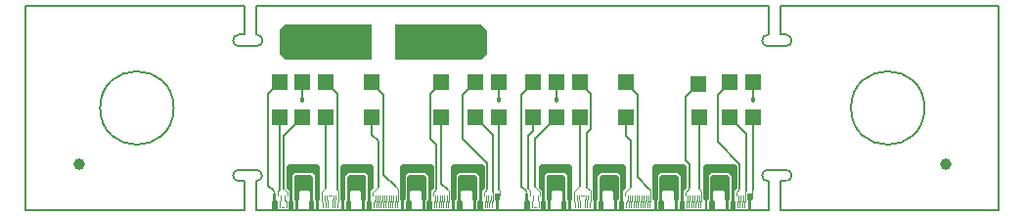
<source format=gbr>
G04 CAM350/DFMSTREAM V12.2 (Build 1155) Date:  Thu Aug 08 15:54:00 2019 *
G04 Database: C:\Users\ptome\Documents\Data - Open Quotes\PURDUE UNIVERSITY\CPC_MOCKUP_HDI_1X2_V2 REV 2.00\CPC_MOCKUP_HDI_1X2_V2 REV 2.00.cam *
G04 Layer 3: L1 *
%FSLAX44Y44*%
%MOIN*%
%SFA1.000B1.000*%

%MIA0B0*%
%IPPOS*%
%ADD10C,0.03937*%
%ADD13C,0.00394*%
%ADD19R,0.05512X0.05512*%
%ADD70R,0.01181X0.01181*%
%ADD71C,0.00591*%
%ADD20C,0.00295*%
%ADD21C,0.01800*%
%ADD23C,0.00500*%
%ADD25R,0.00394X0.01575*%
%LNL1*%
%LPD*%
G36*
X24618Y374D02*
G01Y571D01*
X24795*
Y374*
X24756Y335*
Y39*
X24657*
Y335*
X24618Y374*
G37*
G36*
X17020Y39D02*
G01Y295D01*
X17059Y335*
Y571*
X17157*
Y335*
X17197Y295*
Y39*
X17020*
G37*
G36*
X16016Y374D02*
G01Y571D01*
X16193*
Y374*
X16154Y335*
Y39*
X16055*
Y335*
X16016Y374*
G37*
G36*
X8417Y39D02*
G01Y295D01*
X8457Y335*
Y571*
X8555*
Y335*
X8594Y295*
Y39*
X8417*
G37*
G36*
X23319D02*
G01Y295D01*
X23358Y335*
Y571*
Y1142*
X23417Y1201*
X23949*
X24008Y1142*
Y571*
Y374*
X23969Y335*
Y39*
X23870*
Y335*
X23831Y374*
Y571*
Y630*
X23791Y669*
X23496*
X23457Y630*
Y571*
Y335*
X23496Y295*
Y39*
X23319*
G37*
G36*
X21587D02*
G01Y295D01*
X21626Y335*
Y571*
Y1142*
X21685Y1201*
X22217*
X22276Y1142*
Y571*
Y374*
X22236Y335*
Y39*
X22138*
Y335*
X22098Y374*
Y571*
Y630*
X22059Y669*
X21764*
X21724Y630*
Y571*
Y335*
X21764Y295*
Y39*
X21587*
G37*
G36*
X19539D02*
G01Y295D01*
X19579Y335*
Y571*
Y1142*
X19638Y1201*
X20169*
X20228Y1142*
Y571*
Y374*
X20189Y335*
Y39*
X20091*
Y335*
X20051Y374*
Y571*
Y630*
X20012Y669*
X19717*
X19677Y630*
Y571*
Y335*
X19717Y295*
Y39*
X19539*
G37*
G36*
X17768Y374D02*
G01Y571D01*
Y1142*
X17827Y1201*
X18358*
X18417Y1142*
Y571*
Y335*
X18457Y295*
Y39*
X18280*
Y295*
X18319Y335*
Y571*
Y630*
X18280Y669*
X17984*
X17945Y630*
Y571*
Y374*
X17906Y335*
Y39*
X17807*
Y335*
X17768Y374*
G37*
G36*
X14717Y39D02*
G01Y295D01*
X14756Y335*
Y571*
Y1142*
X14815Y1201*
X15346*
X15406Y1142*
Y571*
Y374*
X15366Y335*
Y39*
X15268*
Y335*
X15228Y374*
Y571*
Y630*
X15189Y669*
X14894*
X14854Y630*
Y571*
Y335*
X14894Y295*
Y39*
X14717*
G37*
G36*
X12984D02*
G01Y295D01*
X13024Y335*
Y571*
Y1142*
X13083Y1201*
X13614*
X13673Y1142*
Y571*
Y374*
X13634Y335*
Y39*
X13535*
Y335*
X13496Y374*
Y571*
Y630*
X13457Y669*
X13161*
X13122Y630*
Y571*
Y335*
X13161Y295*
Y39*
X12984*
G37*
G36*
X10937D02*
G01Y295D01*
X10976Y335*
Y571*
Y1142*
X11035Y1201*
X11567*
X11626Y1142*
Y571*
Y374*
X11587Y335*
Y39*
X11488*
Y335*
X11449Y374*
Y571*
Y630*
X11409Y669*
X11114*
X11075Y630*
Y571*
Y335*
X11114Y295*
Y39*
X10937*
G37*
G36*
X9165Y374D02*
G01Y571D01*
Y1142*
X9224Y1201*
X9756*
X9815Y1142*
Y571*
Y335*
X9854Y295*
Y39*
X9677*
Y295*
X9717Y335*
Y571*
Y630*
X9677Y669*
X9382*
X9343Y630*
Y571*
Y374*
X9303Y335*
Y39*
X9205*
Y335*
X9165Y374*
G37*
G36*
X23122D02*
G01Y571D01*
Y1496*
X23201Y1575*
X24185*
X24264Y1496*
Y748*
X24165Y650*
Y571*
Y335*
X24205Y295*
Y39*
X24028*
Y295*
X24067Y335*
Y571*
Y1181*
X23988Y1260*
X23378*
X23299Y1181*
Y571*
Y374*
X23260Y335*
Y39*
X23161*
Y335*
X23122Y374*
G37*
G36*
X21390D02*
G01Y571D01*
Y1496*
X21468Y1575*
X22453*
X22531Y1496*
Y748*
X22433Y650*
Y571*
Y335*
X22472Y295*
Y39*
X22295*
Y295*
X22335Y335*
Y571*
Y1181*
X22256Y1260*
X21646*
X21567Y1181*
Y571*
Y374*
X21528Y335*
Y39*
X21429*
Y335*
X21390Y374*
G37*
G36*
X19343D02*
G01Y571D01*
Y1496*
X19421Y1575*
X20406*
X20484Y1496*
Y748*
X20386Y650*
Y571*
Y335*
X20425Y295*
Y39*
X20248*
Y295*
X20287Y335*
Y571*
Y1181*
X20209Y1260*
X19598*
X19520Y1181*
Y571*
Y374*
X19480Y335*
Y39*
X19382*
Y335*
X19343Y374*
G37*
G36*
X14520D02*
G01Y571D01*
Y1496*
X14598Y1575*
X15583*
X15661Y1496*
Y748*
X15563Y650*
Y571*
Y335*
X15602Y295*
Y39*
X15425*
Y295*
X15465Y335*
Y571*
Y1181*
X15386Y1260*
X14776*
X14697Y1181*
Y571*
Y374*
X14657Y335*
Y39*
X14559*
Y335*
X14520Y374*
G37*
G36*
X12787D02*
G01Y571D01*
Y1496*
X12866Y1575*
X13850*
X13929Y1496*
Y748*
X13831Y650*
Y571*
Y335*
X13870Y295*
Y39*
X13693*
Y295*
X13732Y335*
Y571*
Y1181*
X13654Y1260*
X13043*
X12965Y1181*
Y571*
Y374*
X12925Y335*
Y39*
X12827*
Y335*
X12787Y374*
G37*
G36*
X10740D02*
G01Y571D01*
Y1496*
X10819Y1575*
X11803*
X11882Y1496*
Y748*
X11783Y650*
Y571*
Y335*
X11823Y295*
Y39*
X11646*
Y295*
X11685Y335*
Y571*
Y1181*
X11606Y1260*
X10996*
X10917Y1181*
Y571*
Y374*
X10878Y335*
Y39*
X10780*
Y335*
X10740Y374*
G37*
G36*
X17512Y748D02*
G01Y1496D01*
X17591Y1575*
X18575*
X18654Y1496*
Y571*
Y374*
X18614Y335*
Y39*
X18516*
Y335*
X18476Y374*
Y571*
Y1181*
X18398Y1260*
X17787*
X17709Y1181*
Y571*
Y335*
X17748Y295*
Y39*
X17571*
Y295*
X17610Y335*
Y571*
Y650*
X17512Y748*
G37*
G36*
X8909D02*
G01Y1496D01*
X8988Y1575*
X9972*
X10051Y1496*
Y571*
Y374*
X10012Y335*
Y39*
X9913*
Y335*
X9874Y374*
Y571*
Y1181*
X9795Y1260*
X9185*
X9106Y1181*
Y571*
Y335*
X9146Y295*
Y39*
X8969*
Y295*
X9008Y335*
Y571*
Y650*
X8909Y748*
G37*
G36*
X12598Y5138D02*
G01Y6319D01*
X15551*
X15748Y6122*
Y5335*
X15551Y5138*
X12598*
G37*
G36*
X8661Y5335D02*
G01Y6122D01*
X8858Y6319*
X11811*
Y5138*
X8858*
X8661Y5335*
G37*
G54D10*
X1841Y1575D03*
X31368D03*
G54D25*
X9449Y110D03*
X9370D03*
X8740D03*
X8819D03*
X9409Y504D03*
X8858D03*
X8898Y110D03*
X8780Y504D03*
X8701D03*
X8661Y110D03*
X10709D03*
X10394D03*
X10079D03*
X9606D03*
X9528D03*
X10591Y504D03*
X10551Y110D03*
X10512Y504D03*
X10472Y110D03*
X10354Y504D03*
X10433D03*
X10276D03*
X10315Y110D03*
X10197Y504D03*
X10236Y110D03*
X9646Y504D03*
X9567D03*
X9488D03*
X11417Y110D03*
X11339D03*
X11260D03*
X11181D03*
X12087Y504D03*
X12047Y110D03*
X12008Y504D03*
X11969Y110D03*
X11929Y504D03*
X11890Y110D03*
X11378Y504D03*
X11299D03*
X11220D03*
X11142D03*
X13386Y110D03*
X13307D03*
X13228D03*
X12756D03*
X13425Y504D03*
X13346D03*
X13268D03*
X13189D03*
X12638D03*
X12598Y110D03*
X12559Y504D03*
X12520Y110D03*
X12480Y504D03*
X12441Y110D03*
X12402Y504D03*
X12362Y110D03*
X12323Y504D03*
X12283Y110D03*
X12244Y504D03*
X12205Y110D03*
X12165Y504D03*
X12126Y110D03*
X14488D03*
X13465D03*
X14370Y504D03*
X14331Y110D03*
X14291Y504D03*
X14252Y110D03*
X14213Y504D03*
X14173Y110D03*
X14134Y504D03*
X14094Y110D03*
X14055Y504D03*
X14016Y110D03*
X13976Y504D03*
X13937Y110D03*
X15984D03*
X15197D03*
X15118D03*
X15039D03*
X14961D03*
X15866Y504D03*
X15827Y110D03*
X15787Y504D03*
X15748Y110D03*
X15709Y504D03*
X15669Y110D03*
X15157Y504D03*
X15079D03*
X15000D03*
X14921D03*
X17343Y110D03*
X17421D03*
X17382Y504D03*
X17303D03*
X17264Y110D03*
X18681D03*
X18209D03*
X18130D03*
X18051D03*
X17972D03*
X18248Y504D03*
X18169D03*
X18091D03*
X18012D03*
X17461D03*
X17500Y110D03*
X20020D03*
X19941D03*
X19862D03*
X19783D03*
X19311D03*
X18996D03*
X19980Y504D03*
X19902D03*
X19823D03*
X19744D03*
X19193D03*
X19154Y110D03*
X19114Y504D03*
X19075Y110D03*
X18957Y504D03*
X19035D03*
X18878D03*
X18917Y110D03*
X18799Y504D03*
X18839Y110D03*
X21358D03*
X21240Y504D03*
X21201Y110D03*
X21161Y504D03*
X21122Y110D03*
X21083Y504D03*
X21043Y110D03*
X21004Y504D03*
X20965Y110D03*
X20925Y504D03*
X20886Y110D03*
X20846Y504D03*
X20807Y110D03*
X20768Y504D03*
X20728Y110D03*
X20689Y504D03*
X20650Y110D03*
X20610Y504D03*
X20571Y110D03*
X20531Y504D03*
X20492Y110D03*
X22067D03*
X21988D03*
X21909D03*
X21831D03*
X22736Y504D03*
X22697Y110D03*
X22657Y504D03*
X22618Y110D03*
X22579Y504D03*
X22539Y110D03*
X22028Y504D03*
X21949D03*
X21870D03*
X21791D03*
X23799Y110D03*
X23720D03*
X23642D03*
X23563D03*
X23091D03*
X23760Y504D03*
X23681D03*
X23602D03*
X23524D03*
X22972D03*
X22933Y110D03*
X22894Y504D03*
X22854Y110D03*
X22815Y504D03*
X22776Y110D03*
X24587D03*
X24469Y504D03*
X24429Y110D03*
X24390Y504D03*
X24350Y110D03*
X24311Y504D03*
X24272Y110D03*
G54D21*
X9488Y5866D03*
X8898D03*
Y6161D03*
X9488D03*
X9193D03*
Y5866D03*
X8898Y5276D03*
X9193D03*
X9488D03*
X8898Y5571D03*
X9193D03*
X9488D03*
X9961Y807D03*
Y1398D03*
X9016D03*
Y807D03*
G54D70*
X9478Y1348D03*
G54D25*
X9882Y504D03*
X9961D03*
X10039D03*
X9921Y110D03*
X10000D03*
X9016Y504D03*
X9094D03*
X8976Y110D03*
X9055D03*
X9134D03*
G54D21*
X9673Y807D03*
Y1004D03*
X9280Y807D03*
Y1004D03*
G54D70*
X9478Y1112D03*
G54D25*
X9724Y504D03*
X9803D03*
X9685Y110D03*
X9764D03*
X9843D03*
X9173Y504D03*
X9252D03*
X9331D03*
X9213Y110D03*
X9291D03*
G54D21*
X11772Y807D03*
Y1398D03*
X10827D03*
Y807D03*
G54D70*
X11289Y1348D03*
G54D25*
X10827Y504D03*
X10906D03*
X11693D03*
X11772D03*
X10866Y110D03*
X11654D03*
X11732D03*
X11811D03*
X10748Y504D03*
X10787Y110D03*
G54D21*
X11091Y807D03*
X11484D03*
Y1004D03*
X11091D03*
G54D70*
X11289Y1112D03*
G54D25*
X10984Y504D03*
X11063D03*
X11457D03*
X11535D03*
X11614D03*
X10945Y110D03*
X11024D03*
X11102D03*
X11496D03*
X11575D03*
G54D21*
X13138Y807D03*
X13531D03*
Y1004D03*
X13138D03*
G54D70*
X13337Y1112D03*
G54D25*
X13504Y504D03*
X13583D03*
X13661D03*
X13543Y110D03*
X13622D03*
X13031Y504D03*
X13110D03*
X12992Y110D03*
X13071D03*
X13150D03*
G54D21*
X13819Y1398D03*
Y807D03*
X12874Y1398D03*
Y807D03*
G54D70*
X13337Y1348D03*
G54D25*
X13740Y504D03*
X13819D03*
X13701Y110D03*
X13780D03*
X13858D03*
X12795Y504D03*
X12874D03*
X12953D03*
X12835Y110D03*
X12913D03*
G54D21*
X15551Y1398D03*
Y807D03*
X14606Y1398D03*
Y807D03*
G54D70*
X15069Y1348D03*
G54D25*
X15472Y504D03*
X15551D03*
X15433Y110D03*
X15512D03*
X15591D03*
X14528Y504D03*
X14606D03*
X14685D03*
X14567Y110D03*
X14646D03*
G54D21*
X15264Y807D03*
Y1004D03*
X14870Y807D03*
Y1004D03*
G54D70*
X15069Y1112D03*
G54D25*
X14843Y504D03*
X15236D03*
X15315D03*
X15394D03*
X14803Y110D03*
X14882D03*
X15276D03*
X15354D03*
X14764Y504D03*
X14724Y110D03*
G54D21*
X15236Y5866D03*
X14941D03*
Y6161D03*
X15236D03*
X15531D03*
Y5866D03*
X14941Y5276D03*
X15236D03*
X14941Y5571D03*
X15236D03*
X15531D03*
Y5276D03*
X18563Y807D03*
Y1398D03*
X17618D03*
Y807D03*
G54D70*
X18081Y1348D03*
G54D25*
X17618Y504D03*
X17697D03*
X18484D03*
X18563D03*
X18642D03*
X17579Y110D03*
X17657D03*
X17736D03*
X18524D03*
X18602D03*
G54D21*
X17882Y1004D03*
X18276D03*
Y807D03*
X17882D03*
G54D70*
X18081Y1112D03*
G54D25*
X17776Y504D03*
X17854D03*
X17933D03*
X18327D03*
X18406D03*
X17815Y110D03*
X17894D03*
X18287D03*
X18366D03*
X18445D03*
G54D21*
X19693Y1004D03*
X20087D03*
Y807D03*
X19693D03*
G54D70*
X19892Y1112D03*
G54D25*
X20138Y504D03*
X20217D03*
X20098Y110D03*
X20177D03*
X19587Y504D03*
X19665D03*
X20059D03*
X19547Y110D03*
X19626D03*
X19705D03*
G54D21*
X20374Y807D03*
Y1398D03*
X19429D03*
Y807D03*
G54D70*
X19892Y1348D03*
G54D25*
X20295Y504D03*
X20374D03*
X20256Y110D03*
X20335D03*
X20413D03*
X19350Y504D03*
X19429D03*
X19508D03*
X19390Y110D03*
X19469D03*
G54D21*
X22421Y807D03*
Y1398D03*
X21476D03*
Y807D03*
G54D70*
X21939Y1348D03*
G54D25*
X21476Y504D03*
X21555D03*
X22343D03*
X22421D03*
X21437Y110D03*
X21516D03*
X22303D03*
X22382D03*
X22461D03*
X21398Y504D03*
G54D21*
X21740Y1004D03*
X22134D03*
Y807D03*
X21740D03*
G54D70*
X21939Y1112D03*
G54D25*
X21634Y504D03*
X21713D03*
X22106D03*
X22185D03*
X22264D03*
X21594Y110D03*
X21673D03*
X21752D03*
X22146D03*
X22224D03*
G54D21*
X23209Y1398D03*
X24154D03*
Y807D03*
X23209D03*
G54D70*
X23671Y1348D03*
G54D25*
X24075Y504D03*
X24154D03*
X24114Y110D03*
X24193D03*
X23130Y504D03*
X23209D03*
X23287D03*
X23169Y110D03*
X23248D03*
X24035D03*
G54D21*
X23866Y1004D03*
Y807D03*
X23472D03*
Y1004D03*
G54D70*
X23671Y1112D03*
G54D25*
X23366Y504D03*
X23445D03*
X23839D03*
X23917D03*
X23996D03*
X23327Y110D03*
X23406D03*
X23484D03*
X23878D03*
X23957D03*
G54D19*
X9449Y4350D03*
G54D21*
Y3760D03*
G54D19*
Y3169D03*
G54D25*
X8937Y504D03*
G54D19*
X8661Y3169D03*
G54D25*
X8622Y504D03*
G54D19*
X8661Y4350D03*
G54D25*
X8465Y504D03*
X8543D03*
X8425Y110D03*
X8504D03*
X8583D03*
G54D19*
X10236Y3169D03*
G54D25*
X10118Y504D03*
X10157Y110D03*
G54D19*
X10236Y4350D03*
G54D25*
X10669Y504D03*
X10630Y110D03*
G54D19*
X11811Y4350D03*
G54D25*
X12717Y504D03*
X12677Y110D03*
G54D19*
X11811Y3169D03*
G54D25*
X11850Y504D03*
G54D19*
X14193Y3169D03*
G54D25*
X14449Y504D03*
X14409Y110D03*
G54D19*
X14193Y4350D03*
G54D25*
X13898Y504D03*
G54D19*
X15354Y4350D03*
G54D25*
X15630Y504D03*
G54D19*
X16142Y3169D03*
G54D25*
X16181Y504D03*
X16142Y110D03*
X16024Y504D03*
X16102D03*
X16063Y110D03*
G54D19*
X16142Y4350D03*
G54D21*
Y3760D03*
G54D19*
X15354Y3169D03*
G54D25*
X15945Y504D03*
X15906Y110D03*
G54D19*
X17323Y4350D03*
G54D25*
X17067Y504D03*
X17146D03*
X17028Y110D03*
X17106D03*
X17185D03*
G54D19*
X17323Y3169D03*
G54D25*
X17224Y504D03*
G54D19*
X18898Y3169D03*
G54D25*
X18720Y504D03*
X18760Y110D03*
G54D19*
X18110Y4350D03*
G54D21*
Y3760D03*
G54D19*
Y3169D03*
G54D25*
X17539Y504D03*
G54D19*
X18898Y4350D03*
G54D25*
X19272Y504D03*
X19232Y110D03*
G54D19*
X20472Y4350D03*
G54D25*
X21319Y504D03*
X21280Y110D03*
G54D19*
X20472Y3169D03*
G54D25*
X20453Y504D03*
G54D19*
X22953Y4311D03*
G54D25*
X22500Y504D03*
G54D19*
X22972Y3150D03*
G54D25*
X23051Y504D03*
X23012Y110D03*
G54D19*
X24016Y3169D03*
G54D25*
X24547Y504D03*
X24508Y110D03*
G54D19*
X24016Y4350D03*
G54D25*
X24232Y504D03*
G54D19*
X24803Y3169D03*
G54D25*
X24626Y504D03*
X24705D03*
X24783D03*
X24665Y110D03*
X24744D03*
G54D19*
X24803Y4350D03*
G54D21*
Y3760D03*
G54D13*
X8740Y110D02*
G01X8819D01*
X8898D02*
G01Y307D01*
X8858Y346*
Y504*
X8701D02*
G01Y323D01*
X8661Y283*
Y110*
X10591Y504D02*
G01Y355D01*
X10551Y316*
Y110*
X10472D02*
G01Y349D01*
X10512Y388*
Y504*
X10354D02*
G01X10433D01*
X10315Y110D02*
G01Y327D01*
X10276Y366*
Y504*
X10236Y110D02*
G01Y294D01*
X10197Y334*
Y504*
X12087D02*
G01Y360D01*
X12047Y236*
Y110*
X12008Y504D02*
G01Y360D01*
X11969Y236*
Y110*
X11929Y504D02*
G01Y360D01*
X11890Y236*
Y110*
X12638Y504D02*
G01Y360D01*
X12598Y236*
Y110*
X12559Y504D02*
G01Y360D01*
X12520Y236*
Y110*
X12480Y504D02*
G01Y360D01*
X12441Y236*
Y110*
X12402Y504D02*
G01Y360D01*
X12362Y236*
Y110*
X12323Y504D02*
G01Y360D01*
X12283Y236*
Y110*
X12244Y504D02*
G01Y360D01*
X12205Y236*
Y110*
X12165Y504D02*
G01Y360D01*
X12126Y236*
Y110*
X14370Y504D02*
G01Y360D01*
X14331Y236*
Y110*
X14291Y504D02*
G01Y360D01*
X14252Y236*
Y110*
X14213Y504D02*
G01Y360D01*
X14173Y236*
Y110*
X14134Y504D02*
G01Y360D01*
X14094Y236*
Y110*
X14055Y504D02*
G01Y360D01*
X14016Y236*
Y110*
X13976Y504D02*
G01Y360D01*
X13937Y236*
Y110*
X15866Y504D02*
G01Y360D01*
X15827Y236*
Y110*
X15787Y504D02*
G01Y360D01*
X15748Y236*
Y110*
X15709Y504D02*
G01Y360D01*
X15669Y236*
Y110*
X17343D02*
G01X17421D01*
X17303Y504D02*
G01Y323D01*
X17264Y283*
Y110*
X17500D02*
G01Y307D01*
X17461Y346*
Y504*
X19193D02*
G01Y355D01*
X19154Y316*
Y110*
X19075D02*
G01Y349D01*
X19114Y388*
Y504*
G54D20*
X18957D02*
G01X19035D01*
G54D13*
X18917Y110D02*
G01Y327D01*
X18878Y366*
Y504*
X18839Y110D02*
G01Y294D01*
X18799Y334*
Y504*
X21240D02*
G01Y360D01*
X21201Y236*
Y110*
X21161Y504D02*
G01Y360D01*
X21122Y236*
Y110*
X21083Y504D02*
G01Y360D01*
X21043Y236*
Y110*
X21004Y504D02*
G01Y360D01*
X20965Y236*
Y110*
X20925Y504D02*
G01Y360D01*
X20886Y236*
Y110*
X20846Y504D02*
G01Y360D01*
X20807Y236*
Y110*
X20768Y504D02*
G01Y360D01*
X20728Y236*
Y110*
X20689Y504D02*
G01Y360D01*
X20650Y236*
Y110*
X20610Y504D02*
G01Y360D01*
X20571Y236*
Y110*
X20531Y504D02*
G01Y360D01*
X20492Y236*
Y110*
X22736Y504D02*
G01Y360D01*
X22697Y236*
Y110*
X22657Y504D02*
G01Y360D01*
X22618Y236*
Y110*
X22579Y504D02*
G01Y360D01*
X22539Y236*
Y110*
X22972Y504D02*
G01Y360D01*
X22933Y236*
Y110*
X22894Y504D02*
G01Y360D01*
X22854Y236*
Y110*
X22815Y504D02*
G01Y360D01*
X22776Y236*
Y110*
X24469Y504D02*
G01Y360D01*
X24429Y236*
Y110*
X24390Y504D02*
G01Y360D01*
X24350Y236*
Y110*
X24311Y504D02*
G01Y360D01*
X24272Y236*
Y110*
G54D71*
X9449Y4350D02*
G01Y3760D01*
G54D13*
X8937Y504D02*
G01Y610D01*
X8819Y728*
G54D71*
Y728D02*
G01Y2539D01*
X9449Y3169*
G54D13*
X8622Y504D02*
G01Y650D01*
X8661Y689*
G54D71*
Y689D02*
G01Y3169D01*
G54D13*
X8465Y504D02*
G01Y650D01*
G54D71*
Y650D02*
G01X8268Y846D01*
Y3957*
X8661Y4350*
G54D13*
X10157Y110D02*
G01Y261D01*
X10118Y301*
Y504*
Y504D02*
G01Y647D01*
X10236Y766*
G54D71*
Y766D02*
G01Y3169D01*
G54D13*
X10669Y504D02*
G01Y293D01*
X10630Y254*
Y110*
X10669Y504D02*
G01Y650D01*
X10630Y689*
G54D71*
Y689D02*
G01Y3957D01*
X10236Y4350*
G54D13*
X12717Y504D02*
G01Y709D01*
X12638Y787*
X12717Y504D02*
G01Y360D01*
X12677Y236*
Y110*
G54D71*
X12638Y787D02*
G01X12224Y1201D01*
Y3937*
X11811Y4350*
G54D13*
X11850Y504D02*
G01Y610D01*
X12037Y797*
G54D71*
Y797D02*
G01Y2352D01*
X11811Y2579*
Y3169*
G54D13*
X14449Y504D02*
G01Y360D01*
X14409Y236*
Y110*
X14449Y504D02*
G01Y650D01*
X14409Y689*
G54D71*
Y689D02*
G01X14407D01*
X14193Y903*
Y3169*
G54D13*
X13898Y504D02*
G01Y610D01*
X14016Y728*
G54D71*
Y728D02*
G01Y2224D01*
X13799Y2441*
Y3957*
X14193Y4350*
G54D13*
X15630Y504D02*
G01Y610D01*
X15748Y728*
G54D71*
Y728D02*
G01Y1594D01*
X14921Y2421*
Y3917*
X15354Y4350*
G54D13*
X16181Y504D02*
G01Y650D01*
X16142Y689*
G54D71*
Y689D02*
G01Y3169D01*
Y4350D02*
G01Y3760D01*
G54D13*
X15945Y504D02*
G01Y360D01*
X15906Y236*
Y110*
X15945Y504D02*
G01Y647D01*
G54D71*
Y647D02*
G01Y2579D01*
X15354Y3169*
G54D13*
X17067Y504D02*
G01Y650D01*
G54D71*
Y650D02*
G01X16909Y807D01*
Y3937*
X17323Y4350*
G54D13*
X17146Y728D02*
G01X17224Y650D01*
Y504*
G54D71*
X17323Y3169D02*
G01Y2697D01*
X17146Y2520*
Y728*
G54D13*
X18760Y110D02*
G01Y261D01*
X18720Y301*
Y504*
X18898Y825D02*
G01X18720Y647D01*
Y504*
G54D71*
X18898Y3169D02*
G01Y825D01*
X18110Y4350D02*
G01Y3760D01*
G54D13*
X17539Y504D02*
G01Y629D01*
X17382Y786*
G54D71*
Y786D02*
G01Y2441D01*
X18110Y3169*
G54D13*
X19272Y504D02*
G01Y293D01*
X19232Y254*
Y110*
X19272Y504D02*
G01Y650D01*
X19154Y768*
G54D71*
Y768D02*
G01Y2638D01*
X19291Y2776*
Y3957*
X18898Y4350*
G54D13*
X21319Y504D02*
G01Y360D01*
X21280Y236*
Y110*
X21319Y504D02*
G01Y689D01*
X21260Y748*
G54D71*
Y748D02*
G01X20886Y1122D01*
Y3937*
X20472Y4350*
G54D13*
X20453Y504D02*
G01Y610D01*
X20640Y797*
G54D71*
Y797D02*
G01Y2352D01*
X20472Y2520*
Y3169*
G54D13*
X22500Y504D02*
G01Y610D01*
X22657Y768*
G54D71*
Y768D02*
G01Y1575D01*
X22520Y1713*
Y3878*
X22953Y4311*
G54D13*
X23012Y110D02*
G01Y236D01*
X23051Y360*
Y504*
Y504D02*
G01Y647D01*
X22972Y726*
G54D71*
Y726D02*
G01Y3150D01*
G54D13*
X24547Y504D02*
G01Y647D01*
X24587Y687*
X24547Y504D02*
G01Y360D01*
X24508Y236*
Y110*
G54D71*
X24587Y687D02*
G01Y2598D01*
X24016Y3169*
G54D13*
X24232Y504D02*
G01Y610D01*
X24350Y728*
G54D71*
Y728D02*
G01Y1575D01*
X23602Y2323*
Y3937*
X24016Y4350*
G54D13*
X24803Y689D02*
G01X24783Y669D01*
Y504*
G54D71*
X24803Y3169D02*
G01Y689D01*
Y4350D02*
G01Y3760D01*
G54D23*
X0Y0D02*
G01X7480D01*
Y984*
X7283*
Y1378D02*
G75*
G03X7283Y984J-197D01*
Y1378D02*
G01X7894D01*
Y984D02*
G03X7894Y1378I-20J197D01*
Y984D02*
G01X7874D01*
Y0*
X25335*
Y984*
X25315*
Y1378D02*
G03X25315Y984J-197D01*
Y1378D02*
G01X25925D01*
Y984D02*
G03X25925Y1378J197D01*
Y984D02*
G01X25728D01*
Y0*
X33189*
Y6969*
X25728*
Y5984*
X25925*
Y5591D02*
G03X25925Y5984J197D01*
Y5591D02*
G01X25315D01*
Y5984D02*
G03X25315Y5591J-197D01*
Y5984D02*
G01X25335D01*
Y6969*
X7874*
Y5984*
X7894*
Y5591D02*
G03X7894Y5984J197D01*
Y5591D02*
G01X7283D01*
Y5984D02*
G03X7283Y5591J-197D01*
Y5984D02*
G01X7480D01*
Y6969*
X0*
Y0*
X5061Y3484D02*
G03X5061Y3484I-1252D01*
X30652D02*
G03X30652Y3484I-1252D01*
X0Y0D02*
G01X7480D01*
Y984*
X7283*
Y1378D02*
G03X7283Y984J-197D01*
Y1378D02*
G01X7894D01*
Y984D02*
G03X7894Y1378I-20J197D01*
Y984D02*
G01X7874D01*
Y0*
X25335*
Y984*
X25315*
Y1378D02*
G03X25315Y984J-197D01*
Y1378D02*
G01X25925D01*
Y984D02*
G03X25925Y1378J197D01*
Y984D02*
G01X25728D01*
Y0*
X33189*
Y6969*
X25728*
Y5984*
X25925*
Y5591D02*
G03X25925Y5984J197D01*
Y5591D02*
G01X25315D01*
Y5984D02*
G03X25315Y5591J-197D01*
Y5984D02*
G01X25335D01*
Y6969*
X7874*
Y5984*
X7894*
Y5591D02*
G03X7894Y5984J197D01*
Y5591D02*
G01X7283D01*
Y5984D02*
G03X7283Y5591J-197D01*
Y5984D02*
G01X7480D01*
Y6969*
X0*
Y0*
X5061Y3484D02*
G03X5061Y3484I-1252D01*
X30652D02*
G03X30652Y3484I-1252D01*
M02*

</source>
